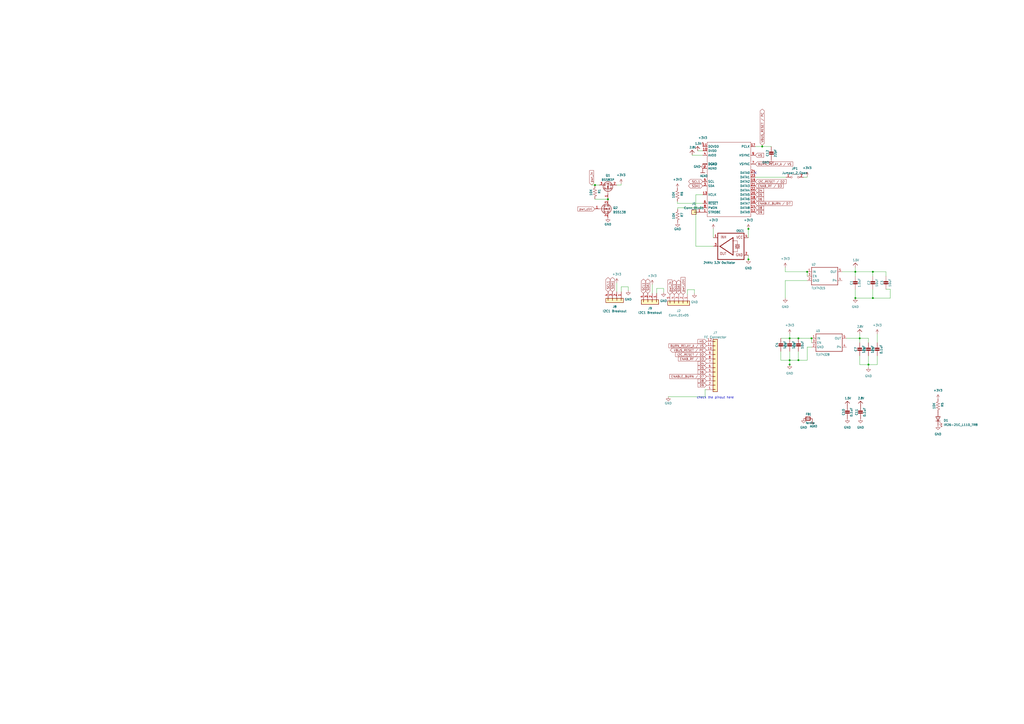
<source format=kicad_sch>
(kicad_sch (version 20230121) (generator eeschema)
  (paper "A2")
  (lib_symbols
    (symbol "Adafruit OV5640 Breakout-eagle-import:1.5V" (power)
      (property "Value" "1.5V" (at -1.524 1.016 0))
      (symbol "1.5V_1_0"
        (polyline (pts (xy -1.27 -1.27) (xy 0 0)) (stroke (width 0.254)))
        (polyline (pts (xy 0 0) (xy 1.27 -1.27)) (stroke (width 0.254)))
        (pin power_in line (at 0 -2.54 90) (length 2.54) (name "1.5V") (number "1"))
      )
    )
    (symbol "Adafruit OV5640 Breakout-eagle-import:2.8V" (power)
      (property "Value" "2.8V" (at -1.524 1.016 0))
      (symbol "2.8V_1_0"
        (polyline (pts (xy -1.27 -1.27) (xy 0 0)) (stroke (width 0.254)))
        (polyline (pts (xy 0 0) (xy 1.27 -1.27)) (stroke (width 0.254)))
        (pin power_in line (at 0 -2.54 90) (length 2.54) (name "2.8V") (number "1"))
      )
    )
    (symbol "Adafruit OV5640 Breakout-eagle-import:AGND" (power)
      (property "Value" "AGND" (at -1.524 -2.54 0))
      (symbol "AGND_1_0"
        (polyline (pts (xy -1.27 0) (xy 1.27 0)) (stroke (width 0.254)))
        (pin power_in line (at 0 2.54 270) (length 2.54) (name "AGND") (number "1"))
      )
    )
    (symbol "Adafruit OV5640 Breakout-eagle-import:CAMERA_OV2640"
      (symbol "CAMERA_OV2640_1_0"
        (polyline (pts (xy -12.7 -20.32) (xy -12.7 22.86)) (stroke (width 0.1524)))
        (polyline (pts (xy -12.7 22.86) (xy 12.7 22.86)) (stroke (width 0.1524)))
        (polyline (pts (xy 12.7 -20.32) (xy -12.7 -20.32)) (stroke (width 0.1524)))
        (polyline (pts (xy 12.7 22.86) (xy 12.7 -20.32)) (stroke (width 0.1524)))
        (pin input line (at -15.24 -17.78 0) (length 2.54) (name "STROBE") (number "1"))
        (pin power_in line (at -15.24 17.78 0) (length 2.54) (name "DVDD") (number "10"))
        (pin power_in line (at -15.24 20.32 0) (length 2.54) (name "DOVDD") (number "11"))
        (pin output line (at 15.24 -17.78 180) (length 2.54) (name "DATA9") (number "12"))
        (pin input line (at -15.24 -7.62 0) (length 2.54) (name "XCLK") (number "13"))
        (pin output line (at 15.24 -15.24 180) (length 2.54) (name "DATA8") (number "14"))
        (pin power_in line (at -15.24 10.16 0) (length 2.54) (name "DGND") (number "15"))
        (pin output line (at 15.24 -12.7 180) (length 2.54) (name "DATA7") (number "16"))
        (pin output line (at 15.24 20.32 180) (length 2.54) (name "PCLK") (number "17"))
        (pin output line (at 15.24 -10.16 180) (length 2.54) (name "DATA6") (number "18"))
        (pin output line (at 15.24 0 180) (length 2.54) (name "DATA2") (number "19"))
        (pin power_in line (at -15.24 7.62 0) (length 2.54) (name "AGND") (number "2"))
        (pin output line (at 15.24 -7.62 180) (length 2.54) (name "DATA5") (number "20"))
        (pin output line (at 15.24 -2.54 180) (length 2.54) (name "DATA3") (number "21"))
        (pin output line (at 15.24 -5.08 180) (length 2.54) (name "DATA4") (number "22"))
        (pin output line (at 15.24 2.54 180) (length 2.54) (name "DATA1") (number "23"))
        (pin output line (at 15.24 5.08 180) (length 2.54) (name "DATA0") (number "24"))
        (pin bidirectional line (at -15.24 -2.54 0) (length 2.54) (name "SDA") (number "3"))
        (pin power_in line (at -15.24 15.24 0) (length 2.54) (name "AVDD") (number "4"))
        (pin bidirectional line (at -15.24 0 0) (length 2.54) (name "SCL") (number "5"))
        (pin input line (at -15.24 -12.7 0) (length 2.54) (name "~{RESET}") (number "6"))
        (pin output line (at 15.24 10.16 180) (length 2.54) (name "VSYNC") (number "7"))
        (pin input line (at -15.24 -15.24 0) (length 2.54) (name "PWDN") (number "8"))
        (pin output line (at 15.24 15.24 180) (length 2.54) (name "HSYNC") (number "9"))
        (pin power_in line (at -15.24 10.16 0) (length 2.54) (name "DGND") (number "SPRT1"))
        (pin power_in line (at -15.24 10.16 0) (length 2.54) (name "DGND") (number "SPRT2"))
      )
    )
    (symbol "Adafruit OV5640 Breakout-eagle-import:CAP_CERAMIC0603_NO"
      (property "Reference" "C" (at -2.29 1.25 90))
      (symbol "CAP_CERAMIC0603_NO_1_0"
        (rectangle (start -1.27 0.508) (end 1.27 1.016) (fill (type outline)))
        (rectangle (start -1.27 1.524) (end 1.27 2.032) (fill (type outline)))
        (polyline (pts (xy 0 0.762) (xy 0 0)) (stroke (width 0.1524)))
        (polyline (pts (xy 0 2.54) (xy 0 1.778)) (stroke (width 0.1524)))
        (pin passive line (at 0 5.08 270) (length 2.54) (name "1") (number "1"))
        (pin passive line (at 0 -2.54 90) (length 2.54) (name "2") (number "2"))
      )
    )
    (symbol "Adafruit OV5640 Breakout-eagle-import:CAP_CERAMIC0805-NOOUTLINE"
      (property "Reference" "C" (at -2.29 1.25 90))
      (symbol "CAP_CERAMIC0805-NOOUTLINE_1_0"
        (rectangle (start -1.27 0.508) (end 1.27 1.016) (fill (type outline)))
        (rectangle (start -1.27 1.524) (end 1.27 2.032) (fill (type outline)))
        (polyline (pts (xy 0 0.762) (xy 0 0)) (stroke (width 0.1524)))
        (polyline (pts (xy 0 2.54) (xy 0 1.778)) (stroke (width 0.1524)))
        (pin passive line (at 0 5.08 270) (length 2.54) (name "1") (number "1"))
        (pin passive line (at 0 -2.54 90) (length 2.54) (name "2") (number "2"))
      )
    )
    (symbol "Adafruit OV5640 Breakout-eagle-import:FERRITE-0603NO"
      (property "Reference" "FB" (at -1.27 1.905 0))
      (symbol "FERRITE-0603NO_1_0"
        (polyline (pts (xy -1.27 -0.9525) (xy -1.27 0.9525)) (stroke (width 0.4064)))
        (polyline (pts (xy -1.27 0.9525) (xy 1.27 0.9525)) (stroke (width 0.4064)))
        (polyline (pts (xy 1.27 -0.9525) (xy -1.27 -0.9525)) (stroke (width 0.4064)))
        (polyline (pts (xy 1.27 0.9525) (xy 1.27 -0.9525)) (stroke (width 0.4064)))
        (pin passive line (at -2.54 0 0) (length 2.54) (name "P$1") (number "1"))
        (pin passive line (at 2.54 0 180) (length 2.54) (name "P$2") (number "2"))
      )
    )
    (symbol "Adafruit OV5640 Breakout-eagle-import:OSCILLATOR3.2X2.5"
      (property "Reference" "OSC" (at -7.62 8.255 0))
      (symbol "OSCILLATOR3.2X2.5_1_0"
        (polyline (pts (xy -7.62 7.62) (xy -7.62 -7.62)) (stroke (width 0.4064)))
        (polyline (pts (xy -7.62 7.62) (xy 7.62 7.62)) (stroke (width 0.4064)))
        (polyline (pts (xy -5.08 -1.016) (xy -3.81 -1.016)) (stroke (width 0.254)))
        (polyline (pts (xy -5.08 1.016) (xy -2.54 1.016)) (stroke (width 0.254)))
        (polyline (pts (xy -4.826 -0.381) (xy -4.826 0.381)) (stroke (width 0.254)))
        (polyline (pts (xy -4.826 -0.381) (xy -2.794 -0.381)) (stroke (width 0.254)))
        (polyline (pts (xy -4.826 0.381) (xy -2.794 0.381)) (stroke (width 0.254)))
        (polyline (pts (xy -3.81 -3.175) (xy -3.81 -1.016)) (stroke (width 0.1524)))
        (polyline (pts (xy -3.81 -3.175) (xy -1.27 -3.175)) (stroke (width 0.1524)))
        (polyline (pts (xy -3.81 -1.016) (xy -2.54 -1.016)) (stroke (width 0.254)))
        (polyline (pts (xy -3.81 1.016) (xy -3.81 3.175)) (stroke (width 0.1524)))
        (polyline (pts (xy -3.81 3.175) (xy -1.27 3.175)) (stroke (width 0.1524)))
        (polyline (pts (xy -2.794 0.381) (xy -2.794 -0.381)) (stroke (width 0.254)))
        (polyline (pts (xy -1.27 -5.08) (xy -1.27 -3.175)) (stroke (width 0.4064)))
        (polyline (pts (xy -1.27 -3.175) (xy -1.27 3.175)) (stroke (width 0.4064)))
        (polyline (pts (xy -1.27 3.175) (xy -1.27 5.08)) (stroke (width 0.4064)))
        (polyline (pts (xy -1.27 5.08) (xy 6.35 0)) (stroke (width 0.4064)))
        (polyline (pts (xy 6.35 0) (xy -1.27 -5.08)) (stroke (width 0.4064)))
        (polyline (pts (xy 6.35 0) (xy 7.62 0)) (stroke (width 0.1524)))
        (polyline (pts (xy 7.62 -7.62) (xy -7.62 -7.62)) (stroke (width 0.4064)))
        (polyline (pts (xy 7.62 -7.62) (xy 7.62 0)) (stroke (width 0.4064)))
        (polyline (pts (xy 7.62 0) (xy 7.62 7.62)) (stroke (width 0.4064)))
        (text "GND" (at -6.985 -5.842 0) (effects (font (size 1.524 1.2954)) (justify left bottom)))
        (text "INH" (at 2.54 4.445 0) (effects (font (size 1.524 1.2954)) (justify left bottom)))
        (text "OUT" (at 2.54 -5.08 0) (effects (font (size 1.524 1.2954)) (justify left bottom)))
        (text "VCC" (at -6.985 4.318 0) (effects (font (size 1.524 1.2954)) (justify left bottom)))
        (pin bidirectional line (at 10.16 5.08 180) (length 2.54) (name "INH") (number "1"))
        (pin power_in line (at -10.16 -5.08 0) (length 2.54) (name "GND") (number "2"))
        (pin output line (at 10.16 0 180) (length 2.54) (name "OUT") (number "3"))
        (pin power_in line (at -10.16 5.08 0) (length 2.54) (name "VCC") (number "4"))
      )
    )
    (symbol "Adafruit OV5640 Breakout-eagle-import:VREG_SOT23-5"
      (property "Reference" "U" (at -7.62 6.096 0))
      (symbol "VREG_SOT23-5_1_0"
        (polyline (pts (xy -7.62 -5.08) (xy -7.62 5.08)) (stroke (width 0.254)))
        (polyline (pts (xy -7.62 5.08) (xy 7.62 5.08)) (stroke (width 0.254)))
        (polyline (pts (xy 7.62 -5.08) (xy -7.62 -5.08)) (stroke (width 0.254)))
        (polyline (pts (xy 7.62 5.08) (xy 7.62 -5.08)) (stroke (width 0.254)))
        (pin power_in line (at -10.16 2.54 0) (length 2.54) (name "IN") (number "1"))
        (pin power_in line (at -10.16 -2.54 0) (length 2.54) (name "GND") (number "2"))
        (pin input line (at -10.16 0 0) (length 2.54) (name "EN") (number "3"))
        (pin bidirectional line (at 10.16 -2.54 180) (length 2.54) (name "P4") (number "4"))
        (pin power_in line (at 10.16 2.54 180) (length 2.54) (name "OUT") (number "5"))
      )
    )
    (symbol "Connector_Generic:Conn_01x01" (pin_names (offset 1.016) hide)
      (property "Reference" "J" (at 0 2.54 0))
      (property "Value" "Conn_01x01" (at 0 -2.54 0))
      (symbol "Conn_01x01_1_1"
        (rectangle (start -1.27 0.127) (end 0 -0.127) (stroke (width 0.1524)))
        (rectangle (start -1.27 1.27) (end 1.27 -1.27) (stroke (width 0.254)) (fill (type background)))
        (pin passive line (at -5.08 0 0) (length 3.81) (name "Pin_1") (number "1"))
      )
    )
    (symbol "Connector_Generic:Conn_01x04" (pin_names (offset 1.016) hide)
      (property "Reference" "J" (at 0 5.08 0))
      (property "Value" "Conn_01x04" (at 0 -7.62 0))
      (symbol "Conn_01x04_1_1"
        (rectangle (start -1.27 -4.953) (end 0 -5.207) (stroke (width 0.1524)))
        (rectangle (start -1.27 -2.413) (end 0 -2.667) (stroke (width 0.1524)))
        (rectangle (start -1.27 0.127) (end 0 -0.127) (stroke (width 0.1524)))
        (rectangle (start -1.27 2.667) (end 0 2.413) (stroke (width 0.1524)))
        (rectangle (start -1.27 3.81) (end 1.27 -6.35) (stroke (width 0.254)) (fill (type background)))
        (pin passive line (at -5.08 2.54 0) (length 3.81) (name "Pin_1") (number "1"))
        (pin passive line (at -5.08 0 0) (length 3.81) (name "Pin_2") (number "2"))
        (pin passive line (at -5.08 -2.54 0) (length 3.81) (name "Pin_3") (number "3"))
        (pin passive line (at -5.08 -5.08 0) (length 3.81) (name "Pin_4") (number "4"))
      )
    )
    (symbol "Connector_Generic:Conn_01x05" (pin_names (offset 1.016) hide)
      (property "Reference" "J" (at 0 7.62 0))
      (property "Value" "Conn_01x05" (at 0 -7.62 0))
      (symbol "Conn_01x05_1_1"
        (rectangle (start -1.27 -4.953) (end 0 -5.207) (stroke (width 0.1524)))
        (rectangle (start -1.27 -2.413) (end 0 -2.667) (stroke (width 0.1524)))
        (rectangle (start -1.27 0.127) (end 0 -0.127) (stroke (width 0.1524)))
        (rectangle (start -1.27 2.667) (end 0 2.413) (stroke (width 0.1524)))
        (rectangle (start -1.27 5.207) (end 0 4.953) (stroke (width 0.1524)))
        (rectangle (start -1.27 6.35) (end 1.27 -6.35) (stroke (width 0.254)) (fill (type background)))
        (pin passive line (at -5.08 5.08 0) (length 3.81) (name "Pin_1") (number "1"))
        (pin passive line (at -5.08 2.54 0) (length 3.81) (name "Pin_2") (number "2"))
        (pin passive line (at -5.08 0 0) (length 3.81) (name "Pin_3") (number "3"))
        (pin passive line (at -5.08 -2.54 0) (length 3.81) (name "Pin_4") (number "4"))
        (pin passive line (at -5.08 -5.08 0) (length 3.81) (name "Pin_5") (number "5"))
      )
    )
    (symbol "Connector_Generic:Conn_01x12" (pin_names (offset 1.016) hide)
      (property "Reference" "J" (at 0 15.24 0))
      (property "Value" "Conn_01x12" (at 0 -17.78 0))
      (symbol "Conn_01x12_1_1"
        (rectangle (start -1.27 -15.113) (end 0 -15.367) (stroke (width 0.1524)))
        (rectangle (start -1.27 -12.573) (end 0 -12.827) (stroke (width 0.1524)))
        (rectangle (start -1.27 -10.033) (end 0 -10.287) (stroke (width 0.1524)))
        (rectangle (start -1.27 -7.493) (end 0 -7.747) (stroke (width 0.1524)))
        (rectangle (start -1.27 -4.953) (end 0 -5.207) (stroke (width 0.1524)))
        (rectangle (start -1.27 -2.413) (end 0 -2.667) (stroke (width 0.1524)))
        (rectangle (start -1.27 0.127) (end 0 -0.127) (stroke (width 0.1524)))
        (rectangle (start -1.27 2.667) (end 0 2.413) (stroke (width 0.1524)))
        (rectangle (start -1.27 5.207) (end 0 4.953) (stroke (width 0.1524)))
        (rectangle (start -1.27 7.747) (end 0 7.493) (stroke (width 0.1524)))
        (rectangle (start -1.27 10.287) (end 0 10.033) (stroke (width 0.1524)))
        (rectangle (start -1.27 12.827) (end 0 12.573) (stroke (width 0.1524)))
        (rectangle (start -1.27 13.97) (end 1.27 -16.51) (stroke (width 0.254)) (fill (type background)))
        (pin passive line (at -5.08 12.7 0) (length 3.81) (name "Pin_1") (number "1"))
        (pin passive line (at -5.08 -10.16 0) (length 3.81) (name "Pin_10") (number "10"))
        (pin passive line (at -5.08 -12.7 0) (length 3.81) (name "Pin_11") (number "11"))
        (pin passive line (at -5.08 -15.24 0) (length 3.81) (name "Pin_12") (number "12"))
        (pin passive line (at -5.08 10.16 0) (length 3.81) (name "Pin_2") (number "2"))
        (pin passive line (at -5.08 7.62 0) (length 3.81) (name "Pin_3") (number "3"))
        (pin passive line (at -5.08 5.08 0) (length 3.81) (name "Pin_4") (number "4"))
        (pin passive line (at -5.08 2.54 0) (length 3.81) (name "Pin_5") (number "5"))
        (pin passive line (at -5.08 0 0) (length 3.81) (name "Pin_6") (number "6"))
        (pin passive line (at -5.08 -2.54 0) (length 3.81) (name "Pin_7") (number "7"))
        (pin passive line (at -5.08 -5.08 0) (length 3.81) (name "Pin_8") (number "8"))
        (pin passive line (at -5.08 -7.62 0) (length 3.81) (name "Pin_9") (number "9"))
      )
    )
    (symbol "Device:R_US" (pin_numbers hide) (pin_names (offset 0))
      (property "Reference" "R" (at 2.54 0 90))
      (property "Value" "R_US" (at -2.54 0 90))
      (symbol "R_US_0_1"
        (polyline (pts (xy 0 -2.286) (xy 0 -2.54)))
        (polyline (pts (xy 0 2.286) (xy 0 2.54)))
        (polyline (pts (xy 0 -0.762) (xy 1.016 -1.143) (xy 0 -1.524) (xy -1.016 -1.905) (xy 0 -2.286)))
        (polyline (pts (xy 0 0.762) (xy 1.016 0.381) (xy 0 0) (xy -1.016 -0.381) (xy 0 -0.762)))
        (polyline (pts (xy 0 2.286) (xy 1.016 1.905) (xy 0 1.524) (xy -1.016 1.143) (xy 0 0.762)))
      )
      (symbol "R_US_1_1"
        (pin passive line (at 0 3.81 270) (length 1.27) (name "~") (number "1"))
        (pin passive line (at 0 -3.81 90) (length 1.27) (name "~") (number "2"))
      )
    )
    (symbol "Jumper:Jumper_2_Open" (pin_names (offset 0) hide)
      (property "Reference" "JP" (at 0 2.794 0))
      (property "Value" "Jumper_2_Open" (at 0 -2.286 0))
      (symbol "Jumper_2_Open_0_0"
        (circle (center -2.032 0) (radius 0.508))
        (circle (center 2.032 0) (radius 0.508))
      )
      (symbol "Jumper_2_Open_0_1"
        (arc (start 1.524 1.27) (mid 0 1.778) (end -1.524 1.27))
      )
      (symbol "Jumper_2_Open_1_1"
        (pin passive line (at -5.08 0 0) (length 2.54) (name "A") (number "1"))
        (pin passive line (at 5.08 0 180) (length 2.54) (name "B") (number "2"))
      )
    )
    (symbol "LED:IR26-21C_L110_TR8" (pin_numbers hide) (pin_names (offset 1.016) hide)
      (property "Reference" "D" (at 0 2.54 0))
      (property "Value" "IR26-21C_L110_TR8" (at 0 -3.81 0))
      (symbol "IR26-21C_L110_TR8_0_1"
        (polyline (pts (xy -1.27 -1.27) (xy -1.27 1.27)) (stroke (width 0.254)))
        (polyline (pts (xy -1.27 0) (xy 1.27 0)))
        (polyline (pts (xy 1.27 -1.27) (xy 1.27 1.27) (xy -1.27 0) (xy 1.27 -1.27)) (stroke (width 0.254)))
        (polyline (pts (xy -3.048 -0.762) (xy -4.572 -2.286) (xy -3.81 -2.286) (xy -4.572 -2.286) (xy -4.572 -1.524)))
        (polyline (pts (xy -1.778 -0.762) (xy -3.302 -2.286) (xy -2.54 -2.286) (xy -3.302 -2.286) (xy -3.302 -1.524)))
      )
      (symbol "IR26-21C_L110_TR8_1_1"
        (pin passive line (at -3.81 0 0) (length 2.54) (name "K") (number "1"))
        (pin passive line (at 3.81 0 180) (length 2.54) (name "A") (number "2"))
      )
    )
    (symbol "Transistor_FET:BSS138" (pin_names hide)
      (property "Reference" "Q" (at 5.08 1.905 0))
      (property "Value" "BSS138" (at 5.08 0 0))
      (symbol "BSS138_0_1"
        (polyline (pts (xy 0.254 0) (xy -2.54 0)))
        (polyline (pts (xy 0.254 1.905) (xy 0.254 -1.905)) (stroke (width 0.254)))
        (polyline (pts (xy 0.762 -1.27) (xy 0.762 -2.286)) (stroke (width 0.254)))
        (polyline (pts (xy 0.762 0.508) (xy 0.762 -0.508)) (stroke (width 0.254)))
        (polyline (pts (xy 0.762 2.286) (xy 0.762 1.27)) (stroke (width 0.254)))
        (polyline (pts (xy 2.54 2.54) (xy 2.54 1.778)))
        (polyline (pts (xy 2.54 -2.54) (xy 2.54 0) (xy 0.762 0)))
        (polyline (pts (xy 0.762 -1.778) (xy 3.302 -1.778) (xy 3.302 1.778) (xy 0.762 1.778)))
        (polyline (pts (xy 1.016 0) (xy 2.032 0.381) (xy 2.032 -0.381) (xy 1.016 0)) (fill (type outline)))
        (polyline (pts (xy 2.794 0.508) (xy 2.921 0.381) (xy 3.683 0.381) (xy 3.81 0.254)))
        (polyline (pts (xy 3.302 0.381) (xy 2.921 -0.254) (xy 3.683 -0.254) (xy 3.302 0.381)))
        (circle (center 1.651 0) (radius 2.794) (stroke (width 0.254)))
        (circle (center 2.54 -1.778) (radius 0.254) (fill (type outline)))
        (circle (center 2.54 1.778) (radius 0.254) (fill (type outline)))
      )
      (symbol "BSS138_1_1"
        (pin input line (at -5.08 0 0) (length 2.54) (name "G") (number "1"))
        (pin passive line (at 2.54 -5.08 90) (length 2.54) (name "S") (number "2"))
        (pin passive line (at 2.54 5.08 270) (length 2.54) (name "D") (number "3"))
      )
    )
    (symbol "Transistor_FET:BSS83P" (pin_names hide)
      (property "Reference" "Q" (at 5.08 1.905 0))
      (property "Value" "BSS83P" (at 5.08 0 0))
      (symbol "BSS83P_0_1"
        (polyline (pts (xy 0.254 0) (xy -2.54 0)))
        (polyline (pts (xy 0.254 1.905) (xy 0.254 -1.905)) (stroke (width 0.254)))
        (polyline (pts (xy 0.762 -1.27) (xy 0.762 -2.286)) (stroke (width 0.254)))
        (polyline (pts (xy 0.762 0.508) (xy 0.762 -0.508)) (stroke (width 0.254)))
        (polyline (pts (xy 0.762 2.286) (xy 0.762 1.27)) (stroke (width 0.254)))
        (polyline (pts (xy 2.54 2.54) (xy 2.54 1.778)))
        (polyline (pts (xy 2.54 -2.54) (xy 2.54 0) (xy 0.762 0)))
        (polyline (pts (xy 0.762 1.778) (xy 3.302 1.778) (xy 3.302 -1.778) (xy 0.762 -1.778)))
        (polyline (pts (xy 2.286 0) (xy 1.27 0.381) (xy 1.27 -0.381) (xy 2.286 0)) (fill (type outline)))
        (polyline (pts (xy 2.794 -0.508) (xy 2.921 -0.381) (xy 3.683 -0.381) (xy 3.81 -0.254)))
        (polyline (pts (xy 3.302 -0.381) (xy 2.921 0.254) (xy 3.683 0.254) (xy 3.302 -0.381)))
        (circle (center 1.651 0) (radius 2.794) (stroke (width 0.254)))
        (circle (center 2.54 -1.778) (radius 0.254) (fill (type outline)))
        (circle (center 2.54 1.778) (radius 0.254) (fill (type outline)))
      )
      (symbol "BSS83P_1_1"
        (pin input line (at -5.08 0 0) (length 2.54) (name "G") (number "1"))
        (pin passive line (at 2.54 -5.08 90) (length 2.54) (name "S") (number "2"))
        (pin passive line (at 2.54 5.08 270) (length 2.54) (name "D") (number "3"))
      )
    )
    (symbol "power:+3V3" (power) (pin_names (offset 0))
      (property "Value" "+3V3" (at 0 3.556 0))
      (symbol "+3V3_0_1"
        (polyline (pts (xy -0.762 1.27) (xy 0 2.54)))
        (polyline (pts (xy 0 0) (xy 0 2.54)))
        (polyline (pts (xy 0 2.54) (xy 0.762 1.27)))
      )
      (symbol "+3V3_1_1"
        (pin power_in line (at 0 0 90) (length 0) hide (name "+3V3") (number "1"))
      )
    )
    (symbol "power:GND" (power) (pin_names (offset 0))
      (property "Value" "GND" (at 0 -3.81 0))
      (symbol "GND_0_1"
        (polyline (pts (xy 0 0) (xy 0 -1.27) (xy 1.27 -1.27) (xy 0 -2.54) (xy -1.27 -1.27) (xy 0 -1.27)))
      )
      (symbol "GND_1_1"
        (pin power_in line (at 0 0 270) (length 0) hide (name "GND") (number "1"))
      )
    )
  )
  (junction (at 506.3236 157.6578))
  (junction (at 470.7636 196.2404))
  (junction (at 463.1436 196.2404))
  (junction (at 434.1368 132.7658))
  (junction (at 458.0636 208.9404))
  (junction (at 503.7836 211.4804))
  (junction (at 434.1368 150.4696))
  (junction (at 458.0636 211.455))
  (junction (at 463.1436 208.9404))
  (junction (at 458.0636 196.2404))
  (junction (at 468.2236 157.6578))
  (junction (at 498.7036 196.2404))
  (junction (at 496.1636 172.8978))
  (junction (at 506.3236 172.8978))
  (junction (at 442.1632 84.963))
  (junction (at 352.6536 115.5954))
  (junction (at 345.1352 107.3404))
  (junction (at 496.1636 157.6578))
  (no_connect (at 438.1246 100.2284))
  (wire (pts (xy 498.7036 211.4804) (xy 503.7836 211.4804)) (stroke (width 0.1524)))
  (wire (pts (xy 360.2736 106.5784) (xy 360.2736 107.3404)))
  (wire (pts (xy 463.1436 208.9404) (xy 458.0636 208.9404)) (stroke (width 0.1524)))
  (wire (pts (xy 413.8168 142.9004) (xy 403.6822 142.9004)))
  (wire (pts (xy 513.9436 160.1978) (xy 513.9436 157.6578)) (stroke (width 0.1524)))
  (wire (pts (xy 496.1636 157.6578) (xy 496.1636 155.1178)) (stroke (width 0.1524)))
  (wire (pts (xy 503.7836 196.2404) (xy 498.7036 196.2404)) (stroke (width 0.1524)))
  (wire (pts (xy 458.0636 208.9404) (xy 458.0636 211.455)) (stroke (width 0.1524)))
  (wire (pts (xy 468.1982 102.4636) (xy 468.1982 102.7684)))
  (wire (pts (xy 345.1352 107.3404) (xy 347.5736 107.3404)))
  (wire (pts (xy 516.4836 172.8978) (xy 516.4836 167.8178)) (stroke (width 0.1524)))
  (wire (pts (xy 447.4464 84.9884) (xy 442.1632 84.963)))
  (wire (pts (xy 438.1246 102.7684) (xy 455.9808 102.7684)))
  (wire (pts (xy 506.3236 172.8978) (xy 506.3236 167.8178)) (stroke (width 0.1524)))
  (wire (pts (xy 455.5236 155.1178) (xy 455.5236 157.6578)) (stroke (width 0.1524)))
  (wire (pts (xy 468.1982 102.7684) (xy 466.1408 102.7684)))
  (wire (pts (xy 458.0636 193.7004) (xy 458.0636 196.2404)) (stroke (width 0.1524)))
  (wire (pts (xy 470.7636 196.2404) (xy 463.1436 196.2404)) (stroke (width 0.1524)))
  (wire (pts (xy 508.8636 206.4004) (xy 508.8636 211.4804)) (stroke (width 0.1524)))
  (wire (pts (xy 458.0636 208.9404) (xy 458.0636 203.8604)) (stroke (width 0.1524)))
  (wire (pts (xy 393.065 120.5484) (xy 407.6446 120.5484)))
  (wire (pts (xy 408.9908 230.0986) (xy 408.9908 225.9838)))
  (wire (pts (xy 378.333 165.0492) (xy 378.333 170.1292)))
  (wire (pts (xy 496.1636 157.6578) (xy 496.1636 160.1978)) (stroke (width 0.1524)))
  (wire (pts (xy 503.7836 211.4804) (xy 508.8636 211.4804)) (stroke (width 0.1524)))
  (wire (pts (xy 408.9908 225.9838) (xy 409.8036 225.9838)))
  (wire (pts (xy 463.1436 203.8604) (xy 463.1436 208.9404)) (stroke (width 0.1524)))
  (wire (pts (xy 403.6822 142.9004) (xy 403.6822 112.9284)))
  (wire (pts (xy 434.1368 132.7658) (xy 434.1368 132.7404)) (stroke (width 0.1524)))
  (wire (pts (xy 345.1098 115.5954) (xy 352.6536 115.5954)))
  (wire (pts (xy 508.8636 193.7004) (xy 508.8636 198.7804)) (stroke (width 0.1524)))
  (wire (pts (xy 401.4724 89.7382) (xy 401.4724 90.0684)))
  (wire (pts (xy 458.0636 208.9404) (xy 452.9836 208.9404)) (stroke (width 0.1524)))
  (wire (pts (xy 496.1636 172.8978) (xy 506.3236 172.8978)) (stroke (width 0.1524)))
  (wire (pts (xy 498.7036 196.2404) (xy 498.7036 193.7004)) (stroke (width 0.1524)))
  (wire (pts (xy 463.1436 196.2404) (xy 458.0636 196.2404)) (stroke (width 0.1524)))
  (wire (pts (xy 498.7036 196.2404) (xy 498.7036 198.7804)) (stroke (width 0.1524)))
  (wire (pts (xy 442.1632 84.963) (xy 438.1246 84.9884)))
  (wire (pts (xy 503.7836 198.7804) (xy 503.7836 196.2404)) (stroke (width 0.1524)))
  (wire (pts (xy 468.2236 201.3204) (xy 468.2236 208.9404)) (stroke (width 0.1524)))
  (wire (pts (xy 364.4138 166.4208) (xy 364.4138 168.5798)))
  (wire (pts (xy 491.0836 196.2404) (xy 498.7036 196.2404)) (stroke (width 0.1524)))
  (wire (pts (xy 455.5236 162.7378) (xy 455.5236 172.8978)) (stroke (width 0.1524)))
  (wire (pts (xy 506.3236 172.8978) (xy 516.4836 172.8978)) (stroke (width 0.1524)))
  (wire (pts (xy 360.2736 107.3404) (xy 357.7336 107.3404)))
  (wire (pts (xy 380.873 170.1292) (xy 380.873 167.3352)))
  (wire (pts (xy 434.1368 150.4696) (xy 434.1368 150.5204)) (stroke (width 0.1524)))
  (wire (pts (xy 345.1098 107.7214) (xy 345.1352 107.7214)))
  (wire (pts (xy 470.7636 201.3204) (xy 468.2236 201.3204)) (stroke (width 0.1524)))
  (wire (pts (xy 458.0636 196.2404) (xy 452.9836 196.2404)) (stroke (width 0.1524)))
  (wire (pts (xy 498.7036 206.4004) (xy 498.7036 211.4804)) (stroke (width 0.1524)))
  (wire (pts (xy 345.1098 115.3414) (xy 345.1098 115.5954)))
  (wire (pts (xy 407.6446 90.0684) (xy 401.4724 90.0684)))
  (wire (pts (xy 468.2236 157.6578) (xy 455.5236 157.6578)) (stroke (width 0.1524)))
  (wire (pts (xy 468.2236 160.1978) (xy 468.2236 157.6578)) (stroke (width 0.1524)))
  (wire (pts (xy 403.6822 112.9284) (xy 407.6446 112.9284)))
  (wire (pts (xy 360.3498 169.2148) (xy 360.3498 166.4208)))
  (wire (pts (xy 452.9836 208.9404) (xy 452.9836 203.8604)) (stroke (width 0.1524)))
  (wire (pts (xy 506.3236 157.6578) (xy 496.1636 157.6578)) (stroke (width 0.1524)))
  (wire (pts (xy 496.1636 167.8178) (xy 496.1636 172.8978)) (stroke (width 0.1524)))
  (wire (pts (xy 506.3236 160.1978) (xy 506.3236 157.6578)) (stroke (width 0.1524)))
  (wire (pts (xy 343.2048 107.315) (xy 345.1352 107.3404)))
  (wire (pts (xy 404.6728 87.5284) (xy 407.6446 87.5284)))
  (wire (pts (xy 398.78 170.7896) (xy 398.78 167.9956)))
  (wire (pts (xy 357.8098 164.1348) (xy 357.8098 169.2148)))
  (wire (pts (xy 470.7636 198.7804) (xy 470.7636 196.2404)) (stroke (width 0.1524)))
  (wire (pts (xy 468.2236 208.9404) (xy 463.1436 208.9404)) (stroke (width 0.1524)))
  (wire (pts (xy 488.5436 157.6578) (xy 496.1636 157.6578)) (stroke (width 0.1524)))
  (wire (pts (xy 345.1352 107.7214) (xy 345.1352 107.3404)))
  (wire (pts (xy 407.6446 118.0084) (xy 392.9888 118.0084)))
  (wire (pts (xy 393.065 121.3866) (xy 393.065 120.5484)))
  (wire (pts (xy 513.9436 157.6578) (xy 506.3236 157.6578)) (stroke (width 0.1524)))
  (wire (pts (xy 387.6548 230.0986) (xy 408.9908 230.0986)))
  (wire (pts (xy 398.78 167.9956) (xy 402.844 167.9956)))
  (wire (pts (xy 384.937 167.3352) (xy 384.937 169.4942)))
  (wire (pts (xy 380.873 167.3352) (xy 384.937 167.3352)))
  (wire (pts (xy 516.4836 167.8178) (xy 513.9436 167.8178)) (stroke (width 0.1524)))
  (wire (pts (xy 402.844 167.9956) (xy 402.844 170.1546)))
  (wire (pts (xy 392.9888 118.0084) (xy 392.9888 116.7892)))
  (wire (pts (xy 442.1632 84.201) (xy 442.1632 84.963)))
  (wire (pts (xy 360.3498 166.4208) (xy 364.4138 166.4208)))
  (wire (pts (xy 434.1368 137.8204) (xy 434.1368 132.7658)) (stroke (width 0.1524)))
  (wire (pts (xy 468.2236 162.7378) (xy 455.5236 162.7378)) (stroke (width 0.1524)))
  (wire (pts (xy 434.1368 147.9804) (xy 434.1368 150.4696)) (stroke (width 0.1524)))
  (wire (pts (xy 503.7836 213.0552) (xy 503.7836 211.4804)))
  (wire (pts (xy 352.6536 115.5954) (xy 352.6536 114.9604)))
  (wire (pts (xy 352.6536 115.5954) (xy 352.6536 116.1034)))
  (wire (pts (xy 503.7836 211.4804) (xy 503.7836 206.4004)) (stroke (width 0.1524)))
  (wire (pts (xy 413.8168 132.7404) (xy 413.8168 137.8204)) (stroke (width 0.1524)))
  (wire (pts (xy 458.0636 211.455) (xy 458.0636 211.4804)) (stroke (width 0.1524)))
  (wire (pts (xy 447.4464 85.0392) (xy 447.4464 84.9884)))
  (text "check the pinout here\n" (at 404.2156 231.4448 0) (effects (font (size 1.27 1.27)) (justify left bottom)))
  (global_label "VBUS_RESET {slash} PC" (shape bidirectional) (at 442.1632 84.201 90) (property "Intersheetrefs" "${INTERSHEET_REFS}" (effects hide)))
  (global_label "D9" (shape input) (at 409.8036 223.4438 180) (property "Intersheetrefs" "${INTERSHEET_REFS}" (effects hide)))
  (global_label "D8" (shape input) (at 438.1246 120.5484 0) (property "Intersheetrefs" "${INTERSHEET_REFS}" (effects hide)))
  (global_label "ENAB_RF {slash} D3" (shape input) (at 409.8036 208.2038 180) (property "Intersheetrefs" "${INTERSHEET_REFS}" (effects hide)))
  (global_label "ENABLE_BURN {slash} D7" (shape input) (at 438.1246 118.0084 0) (property "Intersheetrefs" "${INTERSHEET_REFS}" (effects hide)))
  (global_label "HS" (shape input) (at 438.1246 90.0684 0) (property "Intersheetrefs" "${INTERSHEET_REFS}" (effects hide)))
  (global_label "D4" (shape input) (at 409.8036 210.7438 180) (property "Intersheetrefs" "${INTERSHEET_REFS}" (effects hide)))
  (global_label "pwr_ctrl" (shape input) (at 396.24 170.7896 90) (property "Intersheetrefs" "${INTERSHEET_REFS}" (effects hide)))
  (global_label "SCL1" (shape bidirectional) (at 391.16 170.7896 90) (property "Intersheetrefs" "${INTERSHEET_REFS}" (effects hide)))
  (global_label "pwr_in" (shape input) (at 343.2048 107.315 90) (property "Intersheetrefs" "${INTERSHEET_REFS}" (effects hide)))
  (global_label "SDA1" (shape bidirectional) (at 393.7 170.7896 90) (property "Intersheetrefs" "${INTERSHEET_REFS}" (effects hide)))
  (global_label "I2C_RESET {slash} D2" (shape input) (at 438.1246 105.3084 0) (property "Intersheetrefs" "${INTERSHEET_REFS}" (effects hide)))
  (global_label "D5" (shape input) (at 438.1246 112.9284 0) (property "Intersheetrefs" "${INTERSHEET_REFS}" (effects hide)))
  (global_label "I2C_RESET {slash} D2" (shape input) (at 409.8036 205.6638 180) (property "Intersheetrefs" "${INTERSHEET_REFS}" (effects hide)))
  (global_label "SCL1" (shape bidirectional) (at 407.6446 105.3084 180) (property "Intersheetrefs" "${INTERSHEET_REFS}" (effects hide)))
  (global_label "pwr_ctrl" (shape input) (at 345.0336 121.1834 180) (property "Intersheetrefs" "${INTERSHEET_REFS}" (effects hide)))
  (global_label "D4" (shape input) (at 438.1246 110.3884 0) (property "Intersheetrefs" "${INTERSHEET_REFS}" (effects hide)))
  (global_label "HS" (shape input) (at 409.8036 198.0438 180) (property "Intersheetrefs" "${INTERSHEET_REFS}" (effects hide)))
  (global_label "SCL1" (shape bidirectional) (at 373.253 170.1292 90) (property "Intersheetrefs" "${INTERSHEET_REFS}" (effects hide)))
  (global_label "ENABLE_BURN {slash} D7" (shape input) (at 409.8036 218.3638 180) (property "Intersheetrefs" "${INTERSHEET_REFS}" (effects hide)))
  (global_label "D6" (shape input) (at 409.8036 215.8238 180) (property "Intersheetrefs" "${INTERSHEET_REFS}" (effects hide)))
  (global_label "SDA1" (shape bidirectional) (at 407.6446 107.8484 180) (property "Intersheetrefs" "${INTERSHEET_REFS}" (effects hide)))
  (global_label "D6" (shape input) (at 438.1246 115.4684 0) (property "Intersheetrefs" "${INTERSHEET_REFS}" (effects hide)))
  (global_label "BURN_RELAY_A {slash} VS" (shape input) (at 409.8036 200.5838 180) (property "Intersheetrefs" "${INTERSHEET_REFS}" (effects hide)))
  (global_label "SDA1" (shape bidirectional) (at 375.793 170.1292 90) (property "Intersheetrefs" "${INTERSHEET_REFS}" (effects hide)))
  (global_label "SCL1" (shape bidirectional) (at 352.7298 169.2148 90) (property "Intersheetrefs" "${INTERSHEET_REFS}" (effects hide)))
  (global_label "D8" (shape input) (at 409.8036 220.9038 180) (property "Intersheetrefs" "${INTERSHEET_REFS}" (effects hide)))
  (global_label "D5" (shape input) (at 409.8036 213.2838 180) (property "Intersheetrefs" "${INTERSHEET_REFS}" (effects hide)))
  (global_label "ENAB_RF {slash} D3" (shape input) (at 438.1246 107.8484 0) (property "Intersheetrefs" "${INTERSHEET_REFS}" (effects hide)))
  (global_label "pwr_in" (shape input) (at 388.62 170.7896 90) (property "Intersheetrefs" "${INTERSHEET_REFS}" (effects hide)))
  (global_label "VBUS_RESET {slash} PC" (shape bidirectional) (at 409.8036 203.1238 180) (property "Intersheetrefs" "${INTERSHEET_REFS}" (effects hide)))
  (global_label "SDA1" (shape bidirectional) (at 355.2698 169.2148 90) (property "Intersheetrefs" "${INTERSHEET_REFS}" (effects hide)))
  (global_label "D9" (shape input) (at 438.1246 123.0884 0) (property "Intersheetrefs" "${INTERSHEET_REFS}" (effects hide)))
  (global_label "BURN_RELAY_A {slash} VS" (shape input) (at 438.1246 95.1484 0) (property "Intersheetrefs" "${INTERSHEET_REFS}" (effects hide)))
  (symbol (lib_id "Adafruit OV5640 Breakout-eagle-import:CAP_CERAMIC0603_NO") (at 491.5662 240.3348 0) (unit 1)
    (property "Reference" "C10" (at 489.2762 239.0848 90))
    (property "Value" "0.1uF" (at 493.8662 239.0848 90))
    (property "Footprint" "Capacitor_SMD:C_0603_1608Metric_Pad1.08x0.95mm_HandSolder" (effects hide))
  )
  (symbol (lib_id "power:+3V3") (at 434.1368 132.7658 0) (unit 1)
    (property "Reference" "#PWR029" (effects hide))
    (property "Value" "+3V3" (at 434.1368 127.6858 0))
  )
  (symbol (lib_id "Jumper:Jumper_2_Open") (at 461.0608 102.7684 0) (unit 1)
    (property "Reference" "JP1" (at 461.0608 97.79 0))
    (property "Value" "Jumper_2_Open" (at 461.0608 100.33 0))
    (property "Footprint" "Jumper:SolderJumper-2_P1.3mm_Open_RoundedPad1.0x1.5mm" (effects hide))
  )
  (symbol (lib_id "power:GND") (at 393.065 129.0066 0) (unit 1)
    (property "Reference" "#PWR042" (effects hide))
    (property "Value" "GND" (at 393.065 132.8674 0))
  )
  (symbol (lib_id "power:GND") (at 447.4464 92.6592 0) (unit 1)
    (property "Reference" "#PWR044" (effects hide))
    (property "Value" "GND" (at 444.1698 94.1578 0))
  )
  (symbol (lib_id "power:GND") (at 387.6548 230.0986 0) (unit 1)
    (property "Reference" "#PWR021" (effects hide))
    (property "Value" "GND" (at 387.6548 233.9086 0))
  )
  (symbol (lib_id "Adafruit OV5640 Breakout-eagle-import:2.8V") (at 401.4724 87.1982 0) (unit 1)
    (property "Reference" "#U$04" (effects hide))
    (property "Value" "2.8V" (at 399.9484 86.1822 0) (effects (font (size 1.27 1.0795)) (justify left bottom)))
  )
  (symbol (lib_id "Adafruit OV5640 Breakout-eagle-import:VREG_SOT23-5") (at 478.3836 160.1978 0) (unit 1)
    (property "Reference" "U2" (at 470.7636 154.1018 0) (effects (font (size 1.27 1.0795)) (justify left bottom)))
    (property "Value" "TLV74315" (at 470.7636 167.8178 0) (effects (font (size 1.27 1.0795)) (justify left bottom)))
    (property "Footprint" "Package_TO_SOT_SMD:SOT-23-5_HandSoldering" (effects hide))
    (property "JLC_ROTATION" "0" (effects hide))
  )
  (symbol (lib_id "Connector_Generic:Conn_01x12") (at 414.8836 213.2838 0) (mirror x) (unit 1)
    (property "Reference" "J7" (at 414.8836 193.04 0))
    (property "Value" "FC Connector" (at 414.8836 195.58 0))
    (property "Footprint" "Connector_Molex:Molex_Pico-Lock_504050-1291_1x12-1MP_P1.50mm_Horizontal" (effects hide))
  )
  (symbol (lib_id "power:GND") (at 384.937 169.4942 0) (unit 1)
    (property "Reference" "#PWR039" (effects hide))
    (property "Value" "GND" (at 384.937 174.5742 0))
  )
  (symbol (lib_id "LED:IR26-21C_L110_TR8") (at 544.1188 242.951 90) (unit 1)
    (property "Reference" "D1" (at 547.37 243.9035 90) (effects (justify right)))
    (property "Value" "IR26-21C_L110_TR8" (at 547.37 246.4435 90) (effects (justify right)))
    (property "Footprint" "LED_SMD:LED_0603_1608Metric_Pad1.05x0.95mm_HandSolder" (effects hide))
    (property "Datasheet" "http://www.everlight.com/file/ProductFile/IR26-21C-L110-TR8.pdf" (effects hide))
  )
  (symbol (lib_id "power:GND") (at 407.6446 95.1484 0) (unit 1)
    (property "Reference" "#PWR035" (effects hide))
    (property "Value" "GND" (at 404.368 96.647 0))
  )
  (symbol (lib_id "power:GND") (at 503.7836 213.0552 0) (unit 1)
    (property "Reference" "#PWR034" (effects hide))
    (property "Value" "GND" (at 503.7836 218.1352 0))
  )
  (symbol (lib_id "Adafruit OV5640 Breakout-eagle-import:1.5V") (at 496.1636 152.5778 0) (unit 1)
    (property "Reference" "#U$03" (effects hide))
    (property "Value" "1.5V" (at 494.6396 151.5618 0) (effects (font (size 1.27 1.0795)) (justify left bottom)))
  )
  (symbol (lib_id "Adafruit OV5640 Breakout-eagle-import:AGND") (at 407.6446 100.2284 0) (unit 1)
    (property "Reference" "#U$01" (effects hide))
    (property "Value" "AGND" (at 406.1206 102.7684 0) (effects (font (size 1.27 1.0795)) (justify left bottom)))
  )
  (symbol (lib_id "power:GND") (at 455.5236 172.8978 0) (unit 1)
    (property "Reference" "#PWR031" (effects hide))
    (property "Value" "GND" (at 455.5236 177.9778 0))
  )
  (symbol (lib_id "power:+3V3") (at 468.1982 102.4636 0) (unit 1)
    (property "Reference" "#PWR01" (effects hide))
    (property "Value" "+3V3" (at 468.1982 97.3836 0))
  )
  (symbol (lib_id "Adafruit OV5640 Breakout-eagle-import:2.8V") (at 498.7036 191.1604 0) (unit 1)
    (property "Reference" "#U$07" (effects hide))
    (property "Value" "2.8V" (at 497.1796 190.1444 0) (effects (font (size 1.27 1.0795)) (justify left bottom)))
  )
  (symbol (lib_id "Adafruit OV5640 Breakout-eagle-import:FERRITE-0603NO") (at 468.7062 242.8748 0) (unit 1)
    (property "Reference" "FB1" (at 467.4362 240.9698 0) (effects (font (size 1.27 1.0795)) (justify left bottom)))
    (property "Value" "ferrite" (at 467.4362 246.0498 0) (effects (font (size 1.27 1.0795)) (justify left bottom)))
    (property "Footprint" "Resistor_SMD:R_0603_1608Metric_Pad0.98x0.95mm_HandSolder" (effects hide))
  )
  (symbol (lib_id "Adafruit OV5640 Breakout-eagle-import:CAP_CERAMIC0603_NO") (at 499.1862 240.3348 0) (unit 1)
    (property "Reference" "C11" (at 496.8962 239.0848 90))
    (property "Value" "0.1uF" (at 501.4862 239.0848 90))
    (property "Footprint" "Capacitor_SMD:C_0603_1608Metric_Pad1.08x0.95mm_HandSolder" (effects hide))
  )
  (symbol (lib_id "power:+3V3") (at 508.8636 193.7004 0) (unit 1)
    (property "Reference" "#PWR025" (effects hide))
    (property "Value" "+3V3" (at 508.8636 188.6204 0))
  )
  (symbol (lib_id "Adafruit OV5640 Breakout-eagle-import:1.5V") (at 404.6728 84.9884 0) (unit 1)
    (property "Reference" "#U$02" (effects hide))
    (property "Value" "1.5V" (at 403.1488 83.9724 0) (effects (font (size 1.27 1.0795)) (justify left bottom)))
  )
  (symbol (lib_id "power:+3V3") (at 357.8098 164.1348 0) (unit 1)
    (property "Reference" "#PWR036" (effects hide))
    (property "Value" "+3V3" (at 357.8098 159.0548 0))
  )
  (symbol (lib_id "power:GND") (at 491.5662 242.8748 0) (unit 1)
    (property "Reference" "#PWR022" (effects hide))
    (property "Value" "GND" (at 491.5662 247.9548 0))
  )
  (symbol (lib_id "power:+3V3") (at 544.1188 231.521 0) (unit 1)
    (property "Reference" "#PWR018" (effects hide))
    (property "Value" "+3V3" (at 544.1188 226.441 0))
  )
  (symbol (lib_id "Adafruit OV5640 Breakout-eagle-import:CAP_CERAMIC0603_NO") (at 496.1636 165.2778 0) (unit 1)
    (property "Reference" "C1" (at 493.8736 164.0278 90))
    (property "Value" "1.0uF" (at 498.4636 164.0278 90))
    (property "Footprint" "Capacitor_SMD:C_0603_1608Metric_Pad1.08x0.95mm_HandSolder" (effects hide))
  )
  (symbol (lib_id "power:+3V3") (at 407.6446 84.9884 0) (unit 1)
    (property "Reference" "#PWR043" (effects hide))
    (property "Value" "+3V3" (at 407.6446 79.9084 0))
  )
  (symbol (lib_id "power:GND") (at 352.6536 126.2634 0) (unit 1)
    (property "Reference" "#PWR03" (effects hide))
    (property "Value" "GND" (at 352.6536 130.1242 0))
  )
  (symbol (lib_id "power:+3V3") (at 413.8168 132.7404 0) (unit 1)
    (property "Reference" "#PWR028" (effects hide))
    (property "Value" "+3V3" (at 413.8168 127.6604 0))
  )
  (symbol (lib_id "power:GND") (at 496.1636 172.8978 0) (unit 1)
    (property "Reference" "#PWR032" (effects hide))
    (property "Value" "GND" (at 496.1636 177.9778 0))
  )
  (symbol (lib_id "Connector_Generic:Conn_01x01") (at 402.5646 123.0884 180) (unit 1)
    (property "Reference" "J1" (at 402.5646 118.11 0))
    (property "Value" "Conn_01x01" (at 402.5646 120.65 0))
    (property "Footprint" "TestPoint:TestPoint_Pad_D1.5mm" (effects hide))
  )
  (symbol (lib_id "power:+3V3") (at 455.5236 155.1178 0) (unit 1)
    (property "Reference" "#PWR027" (effects hide))
    (property "Value" "+3V3" (at 455.5236 150.0378 0))
  )
  (symbol (lib_id "power:GND") (at 434.1368 150.4696 0) (unit 1)
    (property "Reference" "#PWR024" (effects hide))
    (property "Value" "GND" (at 434.1368 155.5496 0))
  )
  (symbol (lib_id "power:+3V3") (at 378.333 165.0492 0) (unit 1)
    (property "Reference" "#PWR038" (effects hide))
    (property "Value" "+3V3" (at 378.333 159.9692 0))
  )
  (symbol (lib_id "power:GND") (at 364.4138 168.5798 0) (unit 1)
    (property "Reference" "#PWR037" (effects hide))
    (property "Value" "GND" (at 364.4138 173.6598 0))
  )
  (symbol (lib_id "Device:R_US") (at 544.1188 235.331 0) (mirror y) (unit 1)
    (property "Reference" "R5" (at 546.6588 233.426 90) (effects (justify right)))
    (property "Value" "10K" (at 541.8328 233.426 90) (effects (justify right)))
    (property "Footprint" "Resistor_SMD:R_0603_1608Metric" (effects hide))
    (property "Description" "100K 0603" (effects hide))
  )
  (symbol (lib_id "Connector_Generic:Conn_01x04") (at 357.8098 174.2948 270) (unit 1)
    (property "Reference" "J8" (at 356.5398 177.927 90))
    (property "Value" "I2C1 Breakout" (at 356.5398 180.467 90))
    (property "Footprint" "Connector_JST:JST_SH_BM04B-SRSS-TB_1x04-1MP_P1.00mm_Vertical" (effects hide))
  )
  (symbol (lib_id "Adafruit OV5640 Breakout-eagle-import:OSCILLATOR3.2X2.5") (at 423.9768 142.9004 0) (mirror y) (unit 1)
    (property "Reference" "OSC1" (at 431.5968 134.6454 0) (effects (font (size 1.27 1.0795)) (justify left bottom)))
    (property "Value" "24MHz 3.3V Oscillator" (at 426.5168 153.0604 0) (effects (font (size 1.27 1.0795)) (justify left bottom)))
    (property "Footprint" "Oscillator:Oscillator_SMD_SeikoEpson_SG8002CE-4Pin_3.2x2.5mm_HandSoldering" (effects hide))
  )
  (symbol (lib_id "Connector_Generic:Conn_01x04") (at 378.333 175.2092 270) (unit 1)
    (property "Reference" "J9" (at 377.063 178.8414 90))
    (property "Value" "I2C1 Breakout" (at 377.063 181.3814 90))
    (property "Footprint" "Connector_JST:JST_SH_BM04B-SRSS-TB_1x04-1MP_P1.00mm_Vertical" (effects hide))
  )
  (symbol (lib_id "power:GND") (at 466.1662 242.8748 0) (unit 1)
    (property "Reference" "#PWR023" (effects hide))
    (property "Value" "GND" (at 466.1662 247.9548 0))
  )
  (symbol (lib_id "Device:R_US") (at 392.9888 112.9792 0) (mirror y) (unit 1)
    (property "Reference" "R6" (at 395.5288 111.0742 90) (effects (justify right)))
    (property "Value" "10K" (at 390.7028 111.0742 90) (effects (justify right)))
    (property "Footprint" "Resistor_SMD:R_0603_1608Metric" (effects hide))
    (property "Description" "100K 0603" (effects hide))
  )
  (symbol (lib_id "power:+3V3") (at 458.0636 193.7004 0) (unit 1)
    (property "Reference" "#PWR026" (effects hide))
    (property "Value" "+3V3" (at 458.0636 188.6204 0))
  )
  (symbol (lib_id "power:GND") (at 458.0636 211.455 0) (unit 1)
    (property "Reference" "#PWR033" (effects hide))
    (property "Value" "GND" (at 458.0636 216.535 0))
  )
  (symbol (lib_id "Adafruit OV5640 Breakout-eagle-import:CAP_CERAMIC0603_NO") (at 447.4464 90.1192 0) (unit 1)
    (property "Reference" "C12" (at 445.1564 88.8692 90))
    (property "Value" "22pF" (at 449.7464 88.8692 90))
    (property "Footprint" "Capacitor_SMD:C_0603_1608Metric_Pad1.08x0.95mm_HandSolder" (effects hide))
  )
  (symbol (lib_id "Adafruit OV5640 Breakout-eagle-import:CAP_CERAMIC0603_NO") (at 508.8636 203.8604 0) (unit 1)
    (property "Reference" "C9" (at 506.5736 202.6104 90))
    (property "Value" "0.1uF" (at 511.1636 202.6104 90))
    (property "Footprint" "Capacitor_SMD:C_0603_1608Metric_Pad1.08x0.95mm_HandSolder" (effects hide))
  )
  (symbol (lib_id "Adafruit OV5640 Breakout-eagle-import:CAP_CERAMIC0805-NOOUTLINE") (at 506.3236 165.2778 0) (unit 1)
    (property "Reference" "C2" (at 504.0336 164.0278 90))
    (property "Value" "10uF" (at 508.6236 164.0278 90))
    (property "Footprint" "Capacitor_SMD:C_0805_2012Metric_Pad1.18x1.45mm_HandSolder" (effects hide))
  )
  (symbol (lib_id "Device:R_US") (at 393.065 125.1966 0) (mirror y) (unit 1)
    (property "Reference" "R7" (at 395.605 123.2916 90) (effects (justify right)))
    (property "Value" "10K" (at 390.779 123.2916 90) (effects (justify right)))
    (property "Footprint" "Resistor_SMD:R_0603_1608Metric" (effects hide))
    (property "Description" "100K 0603" (effects hide))
  )
  (symbol (lib_id "Transistor_FET:BSS138") (at 350.1136 121.1834 0) (unit 1)
    (property "Reference" "Q2" (at 355.6 120.5484 0) (effects (justify left)))
    (property "Value" "BSS138" (at 355.6 123.0884 0) (effects (justify left)))
    (property "Footprint" "Package_TO_SOT_SMD:SOT-23" (effects hide))
    (property "Datasheet" "https://www.onsemi.com/pub/Collateral/BSS138-D.PDF" (effects hide))
  )
  (symbol (lib_id "Adafruit OV5640 Breakout-eagle-import:CAMERA_OV2640") (at 422.8846 105.3084 0) (unit 1)
    (property "Reference" "X1" (effects hide))
    (property "Value" "CAMERA_OV2640" (effects hide))
    (property "Footprint" "Connector_FFC-FPC:Molex_502244-2430_1x24-1MP_P0.5mm_Horizontal" (effects hide))
  )
  (symbol (lib_id "Device:R_US") (at 345.1098 111.5314 0) (mirror y) (unit 1)
    (property "Reference" "R1" (at 347.6498 109.6264 90) (effects (justify right)))
    (property "Value" "10K" (at 342.8238 109.6264 90) (effects (justify right)))
    (property "Footprint" "Resistor_SMD:R_0603_1608Metric" (effects hide))
    (property "Description" "100K 0603" (effects hide))
  )
  (symbol (lib_id "Adafruit OV5640 Breakout-eagle-import:AGND") (at 471.2462 245.4148 0) (unit 1)
    (property "Reference" "#U$014" (effects hide))
    (property "Value" "AGND" (at 469.7222 247.9548 0) (effects (font (size 1.27 1.0795)) (justify left bottom)))
  )
  (symbol (lib_id "Adafruit OV5640 Breakout-eagle-import:CAP_CERAMIC0805-NOOUTLINE") (at 498.7036 203.8604 0) (unit 1)
    (property "Reference" "C7" (at 496.4136 202.6104 90))
    (property "Value" "10uF" (at 501.0036 202.6104 90))
    (property "Footprint" "Capacitor_SMD:C_0805_2012Metric_Pad1.18x1.45mm_HandSolder" (effects hide))
  )
  (symbol (lib_id "power:GND") (at 402.844 170.1546 0) (unit 1)
    (property "Reference" "#PWR041" (effects hide))
    (property "Value" "GND" (at 402.844 175.2346 0))
  )
  (symbol (lib_id "Adafruit OV5640 Breakout-eagle-import:CAP_CERAMIC0805-NOOUTLINE") (at 513.9436 165.2778 0) (unit 1)
    (property "Reference" "C3" (at 511.6536 164.0278 90))
    (property "Value" "10uF" (at 516.2436 164.0278 90))
    (property "Footprint" "Capacitor_SMD:C_0805_2012Metric_Pad1.18x1.45mm_HandSolder" (effects hide))
  )
  (symbol (lib_id "Transistor_FET:BSS83P") (at 352.6536 109.8804 90) (unit 1)
    (property "Reference" "Q1" (at 352.6536 101.7524 90))
    (property "Value" "BSS83P" (at 352.6536 104.2924 90))
    (property "Footprint" "Package_TO_SOT_SMD:SOT-23" (effects hide))
    (property "Datasheet" "http://www.farnell.com/datasheets/1835997.pdf" (effects hide))
  )
  (symbol (lib_id "Adafruit OV5640 Breakout-eagle-import:CAP_CERAMIC0805-NOOUTLINE") (at 452.9836 201.3204 0) (unit 1)
    (property "Reference" "C4" (at 450.6936 200.0704 90))
    (property "Value" "10uF" (at 455.2836 200.0704 90))
    (property "Footprint" "Capacitor_SMD:C_0805_2012Metric_Pad1.18x1.45mm_HandSolder" (effects hide))
  )
  (symbol (lib_id "Adafruit OV5640 Breakout-eagle-import:1.5V") (at 491.5662 232.7148 0) (unit 1)
    (property "Reference" "#U$015" (effects hide))
    (property "Value" "1.5V" (at 490.0422 231.6988 0) (effects (font (size 1.27 1.0795)) (justify left bottom)))
  )
  (symbol (lib_id "Adafruit OV5640 Breakout-eagle-import:2.8V") (at 499.1862 232.7148 0) (unit 1)
    (property "Reference" "#U$017" (effects hide))
    (property "Value" "2.8V" (at 497.6622 231.6988 0) (effects (font (size 1.27 1.0795)) (justify left bottom)))
  )
  (symbol (lib_id "power:GND") (at 544.1188 246.761 0) (unit 1)
    (property "Reference" "#PWR019" (effects hide))
    (property "Value" "GND" (at 544.1188 251.841 0))
  )
  (symbol (lib_id "power:+3V3") (at 392.9888 109.1692 0) (unit 1)
    (property "Reference" "#PWR030" (effects hide))
    (property "Value" "+3V3" (at 392.9888 104.0892 0))
  )
  (symbol (lib_id "Adafruit OV5640 Breakout-eagle-import:CAP_CERAMIC0805-NOOUTLINE") (at 458.0636 201.3204 0) (unit 1)
    (property "Reference" "C5" (at 455.7736 200.0704 90))
    (property "Value" "10uF" (at 460.3636 200.0704 90))
    (property "Footprint" "Capacitor_SMD:C_0805_2012Metric_Pad1.18x1.45mm_HandSolder" (effects hide))
  )
  (symbol (lib_id "Connector_Generic:Conn_01x05") (at 393.7 175.8696 270) (unit 1)
    (property "Reference" "J2" (at 393.7 180.34 90))
    (property "Value" "Conn_01x05" (at 393.7 182.88 90))
    (property "Footprint" "Connector_PinHeader_2.54mm:PinHeader_1x05_P2.54mm_Vertical" (effects hide))
  )
  (symbol (lib_id "power:+3V3") (at 360.2736 106.5784 0) (unit 1)
    (property "Reference" "#PWR02" (effects hide))
    (property "Value" "+3V3" (at 360.2736 101.4984 0))
  )
  (symbol (lib_id "Adafruit OV5640 Breakout-eagle-import:CAP_CERAMIC0805-NOOUTLINE") (at 503.7836 203.8604 0) (unit 1)
    (property "Reference" "C8" (at 501.4936 202.6104 90))
    (property "Value" "10uF" (at 506.0836 202.6104 90))
    (property "Footprint" "Capacitor_SMD:C_0805_2012Metric_Pad1.18x1.45mm_HandSolder" (effects hide))
  )
  (symbol (lib_id "Adafruit OV5640 Breakout-eagle-import:CAP_CERAMIC0805-NOOUTLINE") (at 463.1436 201.3204 0) (unit 1)
    (property "Reference" "C6" (at 460.8536 200.0704 90))
    (property "Value" "10uF" (at 465.4436 200.0704 90))
    (property "Footprint" "Capacitor_SMD:C_0805_2012Metric_Pad1.18x1.45mm_HandSolder" (effects hide))
  )
  (symbol (lib_id "Adafruit OV5640 Breakout-eagle-import:VREG_SOT23-5") (at 480.9236 198.7804 0) (unit 1)
    (property "Reference" "U3" (at 473.3036 192.6844 0) (effects (font (size 1.27 1.0795)) (justify left bottom)))
    (property "Value" "TLV74328" (at 473.3036 206.4004 0) (effects (font (size 1.27 1.0795)) (justify left bottom)))
    (property "Footprint" "Package_TO_SOT_SMD:SOT-23-5_HandSoldering" (effects hide))
    (property "JLC_ROTATION" "0" (effects hide))
  )
  (symbol (lib_id "power:GND") (at 499.1862 242.8748 0) (unit 1)
    (property "Reference" "#PWR020" (effects hide))
    (property "Value" "GND" (at 499.1862 247.9548 0))
  )
)
</source>
